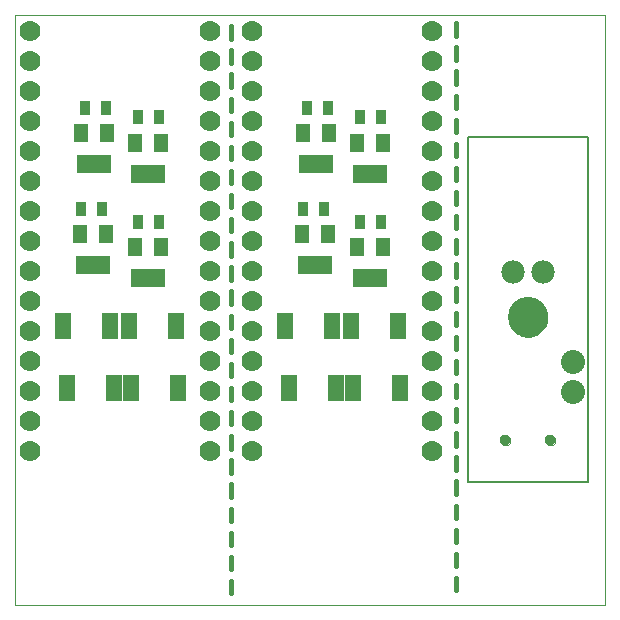
<source format=gbs>
G75*
%MOIN*%
%OFA0B0*%
%FSLAX24Y24*%
%IPPOS*%
%LPD*%
%AMOC8*
5,1,8,0,0,1.08239X$1,22.5*
%
%ADD10C,0.0000*%
%ADD11C,0.0160*%
%ADD12C,0.0080*%
%ADD13R,0.1142X0.0591*%
%ADD14R,0.0512X0.0591*%
%ADD15R,0.0540X0.0867*%
%ADD16C,0.0700*%
%ADD17R,0.0355X0.0512*%
%ADD18C,0.0000*%
%ADD19C,0.1340*%
%ADD20C,0.0780*%
%ADD21C,0.0375*%
%ADD22C,0.0800*%
D10*
X030992Y033994D02*
X030992Y053680D01*
X050677Y053680D01*
X050677Y033994D01*
X030992Y033994D01*
D11*
X038192Y034394D02*
X038192Y034805D01*
X038192Y035198D02*
X038192Y035609D01*
X038192Y036002D02*
X038192Y036413D01*
X038192Y036806D02*
X038192Y037216D01*
X038192Y037610D02*
X038192Y038020D01*
X038192Y038414D02*
X038192Y038824D01*
X038192Y039218D02*
X038192Y039628D01*
X038192Y040022D02*
X038192Y040432D01*
X038192Y040826D02*
X038192Y041236D01*
X038192Y041630D02*
X038192Y042040D01*
X038192Y042434D02*
X038192Y042844D01*
X038192Y043237D02*
X038192Y043648D01*
X038192Y044041D02*
X038192Y044452D01*
X038192Y044845D02*
X038192Y045255D01*
X038192Y045649D02*
X038192Y046059D01*
X038192Y046453D02*
X038192Y046863D01*
X038192Y047257D02*
X038192Y047667D01*
X038192Y048061D02*
X038192Y048471D01*
X038192Y048865D02*
X038192Y049275D01*
X038192Y049669D02*
X038192Y050079D01*
X038192Y050473D02*
X038192Y050883D01*
X038192Y051276D02*
X038192Y051687D01*
X038192Y052080D02*
X038192Y052491D01*
X038192Y052884D02*
X038192Y053294D01*
X045692Y053394D02*
X045692Y052984D01*
X045692Y052591D02*
X045692Y052180D01*
X045692Y051787D02*
X045692Y051376D01*
X045692Y050983D02*
X045692Y050573D01*
X045692Y050179D02*
X045692Y049769D01*
X045692Y049375D02*
X045692Y048965D01*
X045692Y048571D02*
X045692Y048161D01*
X045692Y047767D02*
X045692Y047357D01*
X045692Y046963D02*
X045692Y046553D01*
X045692Y046159D02*
X045692Y045749D01*
X045692Y045355D02*
X045692Y044945D01*
X045692Y044552D02*
X045692Y044141D01*
X045692Y043748D02*
X045692Y043337D01*
X045692Y042944D02*
X045692Y042534D01*
X045692Y042140D02*
X045692Y041730D01*
X045692Y041336D02*
X045692Y040926D01*
X045692Y040532D02*
X045692Y040122D01*
X045692Y039728D02*
X045692Y039318D01*
X045692Y038924D02*
X045692Y038514D01*
X045692Y038120D02*
X045692Y037710D01*
X045692Y037316D02*
X045692Y036906D01*
X045692Y036513D02*
X045692Y036102D01*
X045692Y035709D02*
X045692Y035298D01*
X045692Y034905D02*
X045692Y034494D01*
D12*
X046092Y038094D02*
X050092Y038094D01*
X050092Y049594D01*
X046092Y049594D01*
X046092Y038094D01*
D13*
X042842Y044914D03*
X042842Y048364D03*
X041042Y048714D03*
X040992Y045345D03*
X035442Y044914D03*
X033592Y045345D03*
X033642Y048714D03*
X035442Y048364D03*
D14*
X035009Y049387D03*
X034075Y049737D03*
X033209Y049737D03*
X033159Y046369D03*
X034025Y046369D03*
X035009Y045937D03*
X035875Y045937D03*
X035875Y049387D03*
X040609Y049737D03*
X041475Y049737D03*
X042409Y049387D03*
X043275Y049387D03*
X043275Y045937D03*
X042409Y045937D03*
X041425Y046369D03*
X040559Y046369D03*
D15*
X040000Y043294D03*
X040131Y041244D03*
X041559Y043294D03*
X042194Y043294D03*
X042275Y041244D03*
X041691Y041244D03*
X043834Y041244D03*
X043753Y043294D03*
X036353Y043294D03*
X036434Y041244D03*
X034875Y041244D03*
X034291Y041244D03*
X034159Y043294D03*
X034794Y043294D03*
X032600Y043294D03*
X032731Y041244D03*
D16*
X031492Y041126D03*
X031492Y042126D03*
X031492Y043126D03*
X031492Y044126D03*
X031492Y045126D03*
X031492Y046126D03*
X031492Y047126D03*
X031492Y048126D03*
X031492Y049126D03*
X031492Y050126D03*
X031492Y051126D03*
X031492Y052126D03*
X031492Y053126D03*
X037492Y053126D03*
X037492Y052126D03*
X037492Y051126D03*
X037492Y050126D03*
X037492Y049126D03*
X037492Y048126D03*
X037492Y047126D03*
X037492Y046126D03*
X037492Y045126D03*
X037492Y044126D03*
X037492Y043126D03*
X037492Y042126D03*
X037492Y041126D03*
X037492Y040126D03*
X037492Y039126D03*
X038892Y039126D03*
X038892Y040126D03*
X038892Y041126D03*
X038892Y042126D03*
X038892Y043126D03*
X038892Y044126D03*
X038892Y045126D03*
X038892Y046126D03*
X038892Y047126D03*
X038892Y048126D03*
X038892Y049126D03*
X038892Y050126D03*
X038892Y051126D03*
X038892Y052126D03*
X038892Y053126D03*
X044892Y053126D03*
X044892Y052126D03*
X044892Y051126D03*
X044892Y050126D03*
X044892Y049126D03*
X044892Y048126D03*
X044892Y047126D03*
X044892Y046126D03*
X044892Y045126D03*
X044892Y044126D03*
X044892Y043126D03*
X044892Y042126D03*
X044892Y041126D03*
X044892Y040126D03*
X044892Y039126D03*
X031492Y039126D03*
X031492Y040126D03*
D17*
X033188Y047201D03*
X033896Y047201D03*
X035088Y046776D03*
X035796Y046776D03*
X035796Y050276D03*
X035088Y050276D03*
X034046Y050576D03*
X033338Y050576D03*
X040588Y047201D03*
X041296Y047201D03*
X042488Y046776D03*
X043196Y046776D03*
X043196Y050276D03*
X042488Y050276D03*
X041446Y050576D03*
X040738Y050576D03*
D18*
X047177Y039489D02*
X047179Y039514D01*
X047185Y039539D01*
X047194Y039563D01*
X047207Y039585D01*
X047224Y039605D01*
X047243Y039622D01*
X047264Y039636D01*
X047288Y039646D01*
X047312Y039653D01*
X047338Y039656D01*
X047363Y039655D01*
X047388Y039650D01*
X047412Y039641D01*
X047435Y039629D01*
X047455Y039614D01*
X047473Y039595D01*
X047488Y039574D01*
X047499Y039551D01*
X047507Y039527D01*
X047511Y039502D01*
X047511Y039476D01*
X047507Y039451D01*
X047499Y039427D01*
X047488Y039404D01*
X047473Y039383D01*
X047455Y039364D01*
X047435Y039349D01*
X047412Y039337D01*
X047388Y039328D01*
X047363Y039323D01*
X047338Y039322D01*
X047312Y039325D01*
X047288Y039332D01*
X047264Y039342D01*
X047243Y039356D01*
X047224Y039373D01*
X047207Y039393D01*
X047194Y039415D01*
X047185Y039439D01*
X047179Y039464D01*
X047177Y039489D01*
X047442Y043594D02*
X047444Y043644D01*
X047450Y043694D01*
X047460Y043744D01*
X047473Y043792D01*
X047490Y043840D01*
X047511Y043886D01*
X047535Y043930D01*
X047563Y043972D01*
X047594Y044012D01*
X047628Y044049D01*
X047665Y044084D01*
X047704Y044115D01*
X047745Y044144D01*
X047789Y044169D01*
X047835Y044191D01*
X047882Y044209D01*
X047930Y044223D01*
X047979Y044234D01*
X048029Y044241D01*
X048079Y044244D01*
X048130Y044243D01*
X048180Y044238D01*
X048230Y044229D01*
X048278Y044217D01*
X048326Y044200D01*
X048372Y044180D01*
X048417Y044157D01*
X048460Y044130D01*
X048500Y044100D01*
X048538Y044067D01*
X048573Y044031D01*
X048606Y043992D01*
X048635Y043951D01*
X048661Y043908D01*
X048684Y043863D01*
X048703Y043816D01*
X048718Y043768D01*
X048730Y043719D01*
X048738Y043669D01*
X048742Y043619D01*
X048742Y043569D01*
X048738Y043519D01*
X048730Y043469D01*
X048718Y043420D01*
X048703Y043372D01*
X048684Y043325D01*
X048661Y043280D01*
X048635Y043237D01*
X048606Y043196D01*
X048573Y043157D01*
X048538Y043121D01*
X048500Y043088D01*
X048460Y043058D01*
X048417Y043031D01*
X048372Y043008D01*
X048326Y042988D01*
X048278Y042971D01*
X048230Y042959D01*
X048180Y042950D01*
X048130Y042945D01*
X048079Y042944D01*
X048029Y042947D01*
X047979Y042954D01*
X047930Y042965D01*
X047882Y042979D01*
X047835Y042997D01*
X047789Y043019D01*
X047745Y043044D01*
X047704Y043073D01*
X047665Y043104D01*
X047628Y043139D01*
X047594Y043176D01*
X047563Y043216D01*
X047535Y043258D01*
X047511Y043302D01*
X047490Y043348D01*
X047473Y043396D01*
X047460Y043444D01*
X047450Y043494D01*
X047444Y043544D01*
X047442Y043594D01*
X048673Y039489D02*
X048675Y039514D01*
X048681Y039539D01*
X048690Y039563D01*
X048703Y039585D01*
X048720Y039605D01*
X048739Y039622D01*
X048760Y039636D01*
X048784Y039646D01*
X048808Y039653D01*
X048834Y039656D01*
X048859Y039655D01*
X048884Y039650D01*
X048908Y039641D01*
X048931Y039629D01*
X048951Y039614D01*
X048969Y039595D01*
X048984Y039574D01*
X048995Y039551D01*
X049003Y039527D01*
X049007Y039502D01*
X049007Y039476D01*
X049003Y039451D01*
X048995Y039427D01*
X048984Y039404D01*
X048969Y039383D01*
X048951Y039364D01*
X048931Y039349D01*
X048908Y039337D01*
X048884Y039328D01*
X048859Y039323D01*
X048834Y039322D01*
X048808Y039325D01*
X048784Y039332D01*
X048760Y039342D01*
X048739Y039356D01*
X048720Y039373D01*
X048703Y039393D01*
X048690Y039415D01*
X048681Y039439D01*
X048675Y039464D01*
X048673Y039489D01*
D19*
X048092Y043594D03*
D20*
X047592Y045094D03*
X048592Y045094D03*
D21*
X048840Y039489D03*
X047344Y039489D03*
D22*
X049592Y041094D03*
X049592Y042094D03*
M02*

</source>
